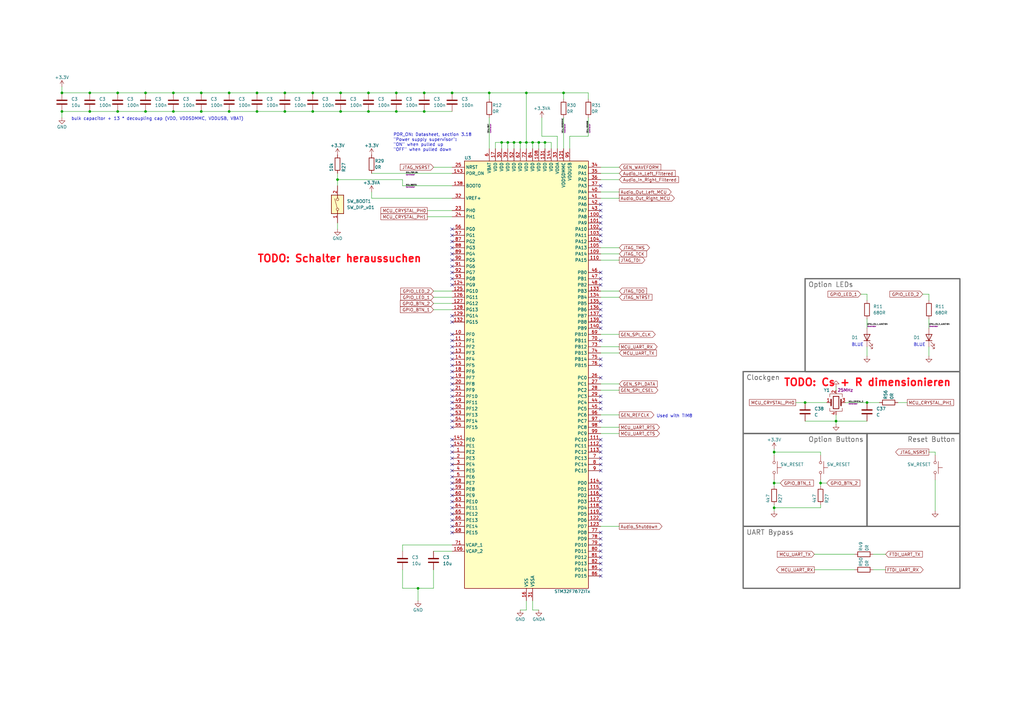
<source format=kicad_sch>
(kicad_sch (version 20230121) (generator eeschema)
  (paper "A3")
  (lib_symbols
    (symbol "Device:C" (pin_numbers hide) (pin_names (offset 0.254))
      (property "Reference" "C" (at 0.635 2.54 0))
      (property "Value" "C" (at 0.635 -2.54 0))
      (symbol "C_0_1"
        (polyline (pts (xy -2.032 -0.762) (xy 2.032 -0.762)) (stroke (width 0.508)))
        (polyline (pts (xy -2.032 0.762) (xy 2.032 0.762)) (stroke (width 0.508)))
      )
      (symbol "C_1_1"
        (pin passive line (at 0 3.81 270) (length 2.794) (name "~") (number "1"))
        (pin passive line (at 0 -3.81 90) (length 2.794) (name "~") (number "2"))
      )
    )
    (symbol "Device:Crystal_GND24" (pin_names (offset 1.016) hide)
      (property "Reference" "Y" (at 3.175 5.08 0))
      (property "Value" "Crystal_GND24" (at 3.175 3.175 0))
      (symbol "Crystal_GND24_0_1"
        (rectangle (start -1.143 2.54) (end 1.143 -2.54) (stroke (width 0.3048)))
        (polyline (pts (xy -2.54 0) (xy -2.032 0)))
        (polyline (pts (xy -2.032 -1.27) (xy -2.032 1.27)) (stroke (width 0.508)))
        (polyline (pts (xy 0 -3.81) (xy 0 -3.556)))
        (polyline (pts (xy 0 3.556) (xy 0 3.81)))
        (polyline (pts (xy 2.032 -1.27) (xy 2.032 1.27)) (stroke (width 0.508)))
        (polyline (pts (xy 2.032 0) (xy 2.54 0)))
        (polyline (pts (xy -2.54 -2.286) (xy -2.54 -3.556) (xy 2.54 -3.556) (xy 2.54 -2.286)))
        (polyline (pts (xy -2.54 2.286) (xy -2.54 3.556) (xy 2.54 3.556) (xy 2.54 2.286)))
      )
      (symbol "Crystal_GND24_1_1"
        (pin passive line (at -3.81 0 0) (length 1.27) (name "1") (number "1"))
        (pin passive line (at 0 5.08 270) (length 1.27) (name "2") (number "2"))
        (pin passive line (at 3.81 0 180) (length 1.27) (name "3") (number "3"))
        (pin passive line (at 0 -5.08 90) (length 1.27) (name "4") (number "4"))
      )
    )
    (symbol "Device:LED" (pin_numbers hide) (pin_names (offset 1.016) hide)
      (property "Reference" "D" (at 0 2.54 0))
      (property "Value" "LED" (at 0 -2.54 0))
      (symbol "LED_0_1"
        (polyline (pts (xy -1.27 -1.27) (xy -1.27 1.27)) (stroke (width 0.254)))
        (polyline (pts (xy -1.27 0) (xy 1.27 0)))
        (polyline (pts (xy 1.27 -1.27) (xy 1.27 1.27) (xy -1.27 0) (xy 1.27 -1.27)) (stroke (width 0.254)))
        (polyline (pts (xy -3.048 -0.762) (xy -4.572 -2.286) (xy -3.81 -2.286) (xy -4.572 -2.286) (xy -4.572 -1.524)))
        (polyline (pts (xy -1.778 -0.762) (xy -3.302 -2.286) (xy -2.54 -2.286) (xy -3.302 -2.286) (xy -3.302 -1.524)))
      )
      (symbol "LED_1_1"
        (pin passive line (at -3.81 0 0) (length 2.54) (name "K") (number "1"))
        (pin passive line (at 3.81 0 180) (length 2.54) (name "A") (number "2"))
      )
    )
    (symbol "Device:R" (pin_numbers hide) (pin_names (offset 0))
      (property "Reference" "R" (at 2.032 0 90))
      (property "Value" "R" (at 0 0 90))
      (symbol "R_0_1"
        (rectangle (start -1.016 -2.54) (end 1.016 2.54) (stroke (width 0.254)))
      )
      (symbol "R_1_1"
        (pin passive line (at 0 3.81 270) (length 1.27) (name "~") (number "1"))
        (pin passive line (at 0 -3.81 90) (length 1.27) (name "~") (number "2"))
      )
    )
    (symbol "MCU_ST_STM32F7:STM32F767ZITx"
      (property "Reference" "U" (at -25.4 90.17 0))
      (property "Value" "STM32F767ZITx" (at 20.32 90.17 0))
      (symbol "STM32F767ZITx_0_1"
        (rectangle (start -25.4 -86.36) (end 25.4 88.9) (stroke (width 0.254)) (fill (type background)))
      )
      (symbol "STM32F767ZITx_1_1"
        (pin bidirectional line (at -30.48 -30.48 0) (length 5.08) (name "PE2") (number "1"))
        (pin bidirectional line (at -30.48 17.78 0) (length 5.08) (name "PF0") (number "10"))
        (pin bidirectional line (at 30.48 66.04 180) (length 5.08) (name "PA8") (number "100"))
        (pin bidirectional line (at 30.48 63.5 180) (length 5.08) (name "PA9") (number "101"))
        (pin bidirectional line (at 30.48 60.96 180) (length 5.08) (name "PA10") (number "102"))
        (pin bidirectional line (at 30.48 58.42 180) (length 5.08) (name "PA11") (number "103"))
        (pin bidirectional line (at 30.48 55.88 180) (length 5.08) (name "PA12") (number "104"))
        (pin bidirectional line (at 30.48 53.34 180) (length 5.08) (name "PA13") (number "105"))
        (pin power_out line (at -30.48 -71.12 0) (length 5.08) (name "VCAP_2") (number "106"))
        (pin passive line (at 0 -91.44 90) (length 5.08) hide (name "VSS") (number "107"))
        (pin power_in line (at 5.08 93.98 270) (length 5.08) (name "VDD") (number "108"))
        (pin bidirectional line (at 30.48 50.8 180) (length 5.08) (name "PA14") (number "109"))
        (pin bidirectional line (at -30.48 15.24 0) (length 5.08) (name "PF1") (number "11"))
        (pin bidirectional line (at 30.48 48.26 180) (length 5.08) (name "PA15") (number "110"))
        (pin bidirectional line (at 30.48 -25.4 180) (length 5.08) (name "PC10") (number "111"))
        (pin bidirectional line (at 30.48 -27.94 180) (length 5.08) (name "PC11") (number "112"))
        (pin bidirectional line (at 30.48 -30.48 180) (length 5.08) (name "PC12") (number "113"))
        (pin bidirectional line (at 30.48 -43.18 180) (length 5.08) (name "PD0") (number "114"))
        (pin bidirectional line (at 30.48 -45.72 180) (length 5.08) (name "PD1") (number "115"))
        (pin bidirectional line (at 30.48 -48.26 180) (length 5.08) (name "PD2") (number "116"))
        (pin bidirectional line (at 30.48 -50.8 180) (length 5.08) (name "PD3") (number "117"))
        (pin bidirectional line (at 30.48 -53.34 180) (length 5.08) (name "PD4") (number "118"))
        (pin bidirectional line (at 30.48 -55.88 180) (length 5.08) (name "PD5") (number "119"))
        (pin bidirectional line (at -30.48 12.7 0) (length 5.08) (name "PF2") (number "12"))
        (pin passive line (at 0 -91.44 90) (length 5.08) hide (name "VSS") (number "120"))
        (pin power_in line (at 15.24 93.98 270) (length 5.08) (name "VDDSDMMC") (number "121"))
        (pin bidirectional line (at 30.48 -58.42 180) (length 5.08) (name "PD6") (number "122"))
        (pin bidirectional line (at 30.48 -60.96 180) (length 5.08) (name "PD7") (number "123"))
        (pin bidirectional line (at -30.48 38.1 0) (length 5.08) (name "PG9") (number "124"))
        (pin bidirectional line (at -30.48 35.56 0) (length 5.08) (name "PG10") (number "125"))
        (pin bidirectional line (at -30.48 33.02 0) (length 5.08) (name "PG11") (number "126"))
        (pin bidirectional line (at -30.48 30.48 0) (length 5.08) (name "PG12") (number "127"))
        (pin bidirectional line (at -30.48 27.94 0) (length 5.08) (name "PG13") (number "128"))
        (pin bidirectional line (at -30.48 25.4 0) (length 5.08) (name "PG14") (number "129"))
        (pin bidirectional line (at -30.48 10.16 0) (length 5.08) (name "PF3") (number "13"))
        (pin passive line (at 0 -91.44 90) (length 5.08) hide (name "VSS") (number "130"))
        (pin power_in line (at 7.62 93.98 270) (length 5.08) (name "VDD") (number "131"))
        (pin bidirectional line (at -30.48 22.86 0) (length 5.08) (name "PG15") (number "132"))
        (pin bidirectional line (at 30.48 35.56 180) (length 5.08) (name "PB3") (number "133"))
        (pin bidirectional line (at 30.48 33.02 180) (length 5.08) (name "PB4") (number "134"))
        (pin bidirectional line (at 30.48 30.48 180) (length 5.08) (name "PB5") (number "135"))
        (pin bidirectional line (at 30.48 27.94 180) (length 5.08) (name "PB6") (number "136"))
        (pin bidirectional line (at 30.48 25.4 180) (length 5.08) (name "PB7") (number "137"))
        (pin input line (at -30.48 78.74 0) (length 5.08) (name "BOOT0") (number "138"))
        (pin bidirectional line (at 30.48 22.86 180) (length 5.08) (name "PB8") (number "139"))
        (pin bidirectional line (at -30.48 7.62 0) (length 5.08) (name "PF4") (number "14"))
        (pin bidirectional line (at 30.48 20.32 180) (length 5.08) (name "PB9") (number "140"))
        (pin bidirectional line (at -30.48 -25.4 0) (length 5.08) (name "PE0") (number "141"))
        (pin bidirectional line (at -30.48 -27.94 0) (length 5.08) (name "PE1") (number "142"))
        (pin input line (at -30.48 83.82 0) (length 5.08) (name "PDR_ON") (number "143"))
        (pin power_in line (at 10.16 93.98 270) (length 5.08) (name "VDD") (number "144"))
        (pin bidirectional line (at -30.48 5.08 0) (length 5.08) (name "PF5") (number "15"))
        (pin power_in line (at 0 -91.44 90) (length 5.08) (name "VSS") (number "16"))
        (pin power_in line (at -12.7 93.98 270) (length 5.08) (name "VDD") (number "17"))
        (pin bidirectional line (at -30.48 2.54 0) (length 5.08) (name "PF6") (number "18"))
        (pin bidirectional line (at -30.48 0 0) (length 5.08) (name "PF7") (number "19"))
        (pin bidirectional line (at -30.48 -33.02 0) (length 5.08) (name "PE3") (number "2"))
        (pin bidirectional line (at -30.48 -2.54 0) (length 5.08) (name "PF8") (number "20"))
        (pin bidirectional line (at -30.48 -5.08 0) (length 5.08) (name "PF9") (number "21"))
        (pin bidirectional line (at -30.48 -7.62 0) (length 5.08) (name "PF10") (number "22"))
        (pin bidirectional line (at -30.48 68.58 0) (length 5.08) (name "PH0") (number "23"))
        (pin bidirectional line (at -30.48 66.04 0) (length 5.08) (name "PH1") (number "24"))
        (pin input line (at -30.48 86.36 0) (length 5.08) (name "NRST") (number "25"))
        (pin bidirectional line (at 30.48 0 180) (length 5.08) (name "PC0") (number "26"))
        (pin bidirectional line (at 30.48 -2.54 180) (length 5.08) (name "PC1") (number "27"))
        (pin bidirectional line (at 30.48 -5.08 180) (length 5.08) (name "PC2") (number "28"))
        (pin bidirectional line (at 30.48 -7.62 180) (length 5.08) (name "PC3") (number "29"))
        (pin bidirectional line (at -30.48 -35.56 0) (length 5.08) (name "PE4") (number "3"))
        (pin power_in line (at -10.16 93.98 270) (length 5.08) (name "VDD") (number "30"))
        (pin power_in line (at 2.54 -91.44 90) (length 5.08) (name "VSSA") (number "31"))
        (pin input line (at -30.48 73.66 0) (length 5.08) (name "VREF+") (number "32"))
        (pin power_in line (at 12.7 93.98 270) (length 5.08) (name "VDDA") (number "33"))
        (pin bidirectional line (at 30.48 86.36 180) (length 5.08) (name "PA0") (number "34"))
        (pin bidirectional line (at 30.48 83.82 180) (length 5.08) (name "PA1") (number "35"))
        (pin bidirectional line (at 30.48 81.28 180) (length 5.08) (name "PA2") (number "36"))
        (pin bidirectional line (at 30.48 78.74 180) (length 5.08) (name "PA3") (number "37"))
        (pin passive line (at 0 -91.44 90) (length 5.08) hide (name "VSS") (number "38"))
        (pin power_in line (at -7.62 93.98 270) (length 5.08) (name "VDD") (number "39"))
        (pin bidirectional line (at -30.48 -38.1 0) (length 5.08) (name "PE5") (number "4"))
        (pin bidirectional line (at 30.48 76.2 180) (length 5.08) (name "PA4") (number "40"))
        (pin bidirectional line (at 30.48 73.66 180) (length 5.08) (name "PA5") (number "41"))
        (pin bidirectional line (at 30.48 71.12 180) (length 5.08) (name "PA6") (number "42"))
        (pin bidirectional line (at 30.48 68.58 180) (length 5.08) (name "PA7") (number "43"))
        (pin bidirectional line (at 30.48 -10.16 180) (length 5.08) (name "PC4") (number "44"))
        (pin bidirectional line (at 30.48 -12.7 180) (length 5.08) (name "PC5") (number "45"))
        (pin bidirectional line (at 30.48 43.18 180) (length 5.08) (name "PB0") (number "46"))
        (pin bidirectional line (at 30.48 40.64 180) (length 5.08) (name "PB1") (number "47"))
        (pin bidirectional line (at 30.48 38.1 180) (length 5.08) (name "PB2") (number "48"))
        (pin bidirectional line (at -30.48 -10.16 0) (length 5.08) (name "PF11") (number "49"))
        (pin bidirectional line (at -30.48 -40.64 0) (length 5.08) (name "PE6") (number "5"))
        (pin bidirectional line (at -30.48 -12.7 0) (length 5.08) (name "PF12") (number "50"))
        (pin passive line (at 0 -91.44 90) (length 5.08) hide (name "VSS") (number "51"))
        (pin power_in line (at -5.08 93.98 270) (length 5.08) (name "VDD") (number "52"))
        (pin bidirectional line (at -30.48 -15.24 0) (length 5.08) (name "PF13") (number "53"))
        (pin bidirectional line (at -30.48 -17.78 0) (length 5.08) (name "PF14") (number "54"))
        (pin bidirectional line (at -30.48 -20.32 0) (length 5.08) (name "PF15") (number "55"))
        (pin bidirectional line (at -30.48 60.96 0) (length 5.08) (name "PG0") (number "56"))
        (pin bidirectional line (at -30.48 58.42 0) (length 5.08) (name "PG1") (number "57"))
        (pin bidirectional line (at -30.48 -43.18 0) (length 5.08) (name "PE7") (number "58"))
        (pin bidirectional line (at -30.48 -45.72 0) (length 5.08) (name "PE8") (number "59"))
        (pin power_in line (at -15.24 93.98 270) (length 5.08) (name "VBAT") (number "6"))
        (pin bidirectional line (at -30.48 -48.26 0) (length 5.08) (name "PE9") (number "60"))
        (pin passive line (at 0 -91.44 90) (length 5.08) hide (name "VSS") (number "61"))
        (pin power_in line (at -2.54 93.98 270) (length 5.08) (name "VDD") (number "62"))
        (pin bidirectional line (at -30.48 -50.8 0) (length 5.08) (name "PE10") (number "63"))
        (pin bidirectional line (at -30.48 -53.34 0) (length 5.08) (name "PE11") (number "64"))
        (pin bidirectional line (at -30.48 -55.88 0) (length 5.08) (name "PE12") (number "65"))
        (pin bidirectional line (at -30.48 -58.42 0) (length 5.08) (name "PE13") (number "66"))
        (pin bidirectional line (at -30.48 -60.96 0) (length 5.08) (name "PE14") (number "67"))
        (pin bidirectional line (at -30.48 -63.5 0) (length 5.08) (name "PE15") (number "68"))
        (pin bidirectional line (at 30.48 17.78 180) (length 5.08) (name "PB10") (number "69"))
        (pin bidirectional line (at 30.48 -33.02 180) (length 5.08) (name "PC13") (number "7"))
        (pin bidirectional line (at 30.48 15.24 180) (length 5.08) (name "PB11") (number "70"))
        (pin power_out line (at -30.48 -68.58 0) (length 5.08) (name "VCAP_1") (number "71"))
        (pin power_in line (at 0 93.98 270) (length 5.08) (name "VDD") (number "72"))
        (pin bidirectional line (at 30.48 12.7 180) (length 5.08) (name "PB12") (number "73"))
        (pin bidirectional line (at 30.48 10.16 180) (length 5.08) (name "PB13") (number "74"))
        (pin bidirectional line (at 30.48 7.62 180) (length 5.08) (name "PB14") (number "75"))
        (pin bidirectional line (at 30.48 5.08 180) (length 5.08) (name "PB15") (number "76"))
        (pin bidirectional line (at 30.48 -63.5 180) (length 5.08) (name "PD8") (number "77"))
        (pin bidirectional line (at 30.48 -66.04 180) (length 5.08) (name "PD9") (number "78"))
        (pin bidirectional line (at 30.48 -68.58 180) (length 5.08) (name "PD10") (number "79"))
        (pin bidirectional line (at 30.48 -35.56 180) (length 5.08) (name "PC14") (number "8"))
        (pin bidirectional line (at 30.48 -71.12 180) (length 5.08) (name "PD11") (number "80"))
        (pin bidirectional line (at 30.48 -73.66 180) (length 5.08) (name "PD12") (number "81"))
        (pin bidirectional line (at 30.48 -76.2 180) (length 5.08) (name "PD13") (number "82"))
        (pin passive line (at 0 -91.44 90) (length 5.08) hide (name "VSS") (number "83"))
        (pin power_in line (at 2.54 93.98 270) (length 5.08) (name "VDD") (number "84"))
        (pin bidirectional line (at 30.48 -78.74 180) (length 5.08) (name "PD14") (number "85"))
        (pin bidirectional line (at 30.48 -81.28 180) (length 5.08) (name "PD15") (number "86"))
        (pin bidirectional line (at -30.48 55.88 0) (length 5.08) (name "PG2") (number "87"))
        (pin bidirectional line (at -30.48 53.34 0) (length 5.08) (name "PG3") (number "88"))
        (pin bidirectional line (at -30.48 50.8 0) (length 5.08) (name "PG4") (number "89"))
        (pin bidirectional line (at 30.48 -38.1 180) (length 5.08) (name "PC15") (number "9"))
        (pin bidirectional line (at -30.48 48.26 0) (length 5.08) (name "PG5") (number "90"))
        (pin bidirectional line (at -30.48 45.72 0) (length 5.08) (name "PG6") (number "91"))
        (pin bidirectional line (at -30.48 43.18 0) (length 5.08) (name "PG7") (number "92"))
        (pin bidirectional line (at -30.48 40.64 0) (length 5.08) (name "PG8") (number "93"))
        (pin passive line (at 0 -91.44 90) (length 5.08) hide (name "VSS") (number "94"))
        (pin power_in line (at 17.78 93.98 270) (length 5.08) (name "VDDUSB") (number "95"))
        (pin bidirectional line (at 30.48 -15.24 180) (length 5.08) (name "PC6") (number "96"))
        (pin bidirectional line (at 30.48 -17.78 180) (length 5.08) (name "PC7") (number "97"))
        (pin bidirectional line (at 30.48 -20.32 180) (length 5.08) (name "PC8") (number "98"))
        (pin bidirectional line (at 30.48 -22.86 180) (length 5.08) (name "PC9") (number "99"))
      )
    )
    (symbol "Switch:SW_DIP_x01" (pin_names (offset 0) hide)
      (property "Reference" "SW" (at 0 3.81 0))
      (property "Value" "SW_DIP_x01" (at 0 -3.81 0))
      (symbol "SW_DIP_x01_0_0"
        (circle (center -2.032 0) (radius 0.508))
        (polyline (pts (xy -1.524 0.127) (xy 2.3622 1.1684)))
        (circle (center 2.032 0) (radius 0.508))
      )
      (symbol "SW_DIP_x01_0_1"
        (rectangle (start -3.81 2.54) (end 3.81 -2.54) (stroke (width 0.254)) (fill (type background)))
      )
      (symbol "SW_DIP_x01_1_1"
        (pin passive line (at -7.62 0 0) (length 5.08) (name "~") (number "1"))
        (pin passive line (at 7.62 0 180) (length 5.08) (name "~") (number "2"))
      )
    )
    (symbol "Switch:SW_Push" (pin_numbers hide) (pin_names (offset 1.016) hide)
      (property "Reference" "SW" (at 1.27 2.54 0))
      (property "Value" "SW_Push" (at 0 -1.524 0))
      (symbol "SW_Push_0_1"
        (circle (center -2.032 0) (radius 0.508))
        (polyline (pts (xy 0 1.27) (xy 0 3.048)))
        (polyline (pts (xy 2.54 1.27) (xy -2.54 1.27)))
        (circle (center 2.032 0) (radius 0.508))
        (pin passive line (at -5.08 0 0) (length 2.54) (name "1") (number "1"))
        (pin passive line (at 5.08 0 180) (length 2.54) (name "2") (number "2"))
      )
    )
    (symbol "power:+3.3V" (power) (pin_names (offset 0))
      (property "Value" "+3.3V" (at 0 3.556 0))
      (symbol "+3.3V_0_1"
        (polyline (pts (xy -0.762 1.27) (xy 0 2.54)))
        (polyline (pts (xy 0 0) (xy 0 2.54)))
        (polyline (pts (xy 0 2.54) (xy 0.762 1.27)))
      )
      (symbol "+3.3V_1_1"
        (pin power_in line (at 0 0 90) (length 0) hide (name "+3.3V") (number "1"))
      )
    )
    (symbol "power:+3.3VA" (power) (pin_names (offset 0))
      (property "Value" "+3.3VA" (at 0 3.556 0))
      (symbol "+3.3VA_0_1"
        (polyline (pts (xy -0.762 1.27) (xy 0 2.54)))
        (polyline (pts (xy 0 0) (xy 0 2.54)))
        (polyline (pts (xy 0 2.54) (xy 0.762 1.27)))
      )
      (symbol "+3.3VA_1_1"
        (pin power_in line (at 0 0 90) (length 0) hide (name "+3.3VA") (number "1"))
      )
    )
    (symbol "power:GND" (power) (pin_names (offset 0))
      (property "Value" "GND" (at 0 -3.81 0))
      (symbol "GND_0_1"
        (polyline (pts (xy 0 0) (xy 0 -1.27) (xy 1.27 -1.27) (xy 0 -2.54) (xy -1.27 -1.27) (xy 0 -1.27)))
      )
      (symbol "GND_1_1"
        (pin power_in line (at 0 0 270) (length 0) hide (name "GND") (number "1"))
      )
    )
    (symbol "power:GNDA" (power) (pin_names (offset 0))
      (property "Value" "GNDA" (at 0 -3.81 0))
      (symbol "GNDA_0_1"
        (polyline (pts (xy 0 0) (xy 0 -1.27) (xy 1.27 -1.27) (xy 0 -2.54) (xy -1.27 -1.27) (xy 0 -1.27)))
      )
      (symbol "GNDA_1_1"
        (pin power_in line (at 0 0 270) (length 0) hide (name "GNDA") (number "1"))
      )
    )
  )
  (junction (at 173.99 45.72))
  (junction (at 36.83 45.72))
  (junction (at 151.13 45.72))
  (junction (at 355.6 165.1))
  (junction (at 82.55 45.72))
  (junction (at 171.45 241.3))
  (junction (at 218.44 58.42))
  (junction (at 223.52 58.42))
  (junction (at 185.42 38.1))
  (junction (at 200.66 38.1))
  (junction (at 36.83 38.1))
  (junction (at 93.98 38.1))
  (junction (at 231.14 38.1))
  (junction (at 342.9 172.72))
  (junction (at 162.56 38.1))
  (junction (at 162.56 45.72))
  (junction (at 205.74 58.42))
  (junction (at 215.9 58.42))
  (junction (at 210.82 58.42))
  (junction (at 82.55 38.1))
  (junction (at 71.12 45.72))
  (junction (at 215.9 38.1))
  (junction (at 139.7 38.1))
  (junction (at 128.27 38.1))
  (junction (at 116.84 45.72))
  (junction (at 139.7 45.72))
  (junction (at 213.36 58.42))
  (junction (at 208.28 58.42))
  (junction (at 173.99 38.1))
  (junction (at 128.27 45.72))
  (junction (at 59.69 38.1))
  (junction (at 138.43 73.66))
  (junction (at 25.4 38.1))
  (junction (at 25.4 45.72))
  (junction (at 317.5 198.12))
  (junction (at 105.41 45.72))
  (junction (at 151.13 38.1))
  (junction (at 93.98 45.72))
  (junction (at 336.55 198.12))
  (junction (at 330.2 165.1))
  (junction (at 71.12 38.1))
  (junction (at 317.5 185.42))
  (junction (at 220.98 58.42))
  (junction (at 59.69 45.72))
  (junction (at 116.84 38.1))
  (junction (at 48.26 38.1))
  (junction (at 48.26 45.72))
  (junction (at 105.41 38.1))
  (junction (at 317.5 208.28))
  (no_connect (at 185.42 157.48))
  (no_connect (at 185.42 210.82))
  (no_connect (at 185.42 167.64))
  (no_connect (at 246.38 218.44))
  (no_connect (at 246.38 185.42))
  (no_connect (at 246.38 111.76))
  (no_connect (at 246.38 198.12))
  (no_connect (at 246.38 93.98))
  (no_connect (at 246.38 208.28))
  (no_connect (at 185.42 160.02))
  (no_connect (at 185.42 149.86))
  (no_connect (at 185.42 96.52))
  (no_connect (at 246.38 190.5))
  (no_connect (at 185.42 205.74))
  (no_connect (at 185.42 129.54))
  (no_connect (at 246.38 172.72))
  (no_connect (at 185.42 137.16))
  (no_connect (at 246.38 236.22))
  (no_connect (at 246.38 116.84))
  (no_connect (at 185.42 190.5))
  (no_connect (at 246.38 96.52))
  (no_connect (at 185.42 142.24))
  (no_connect (at 185.42 93.98))
  (no_connect (at 246.38 162.56))
  (no_connect (at 246.38 213.36))
  (no_connect (at 185.42 139.7))
  (no_connect (at 185.42 203.2))
  (no_connect (at 185.42 99.06))
  (no_connect (at 246.38 223.52))
  (no_connect (at 246.38 226.06))
  (no_connect (at 185.42 180.34))
  (no_connect (at 185.42 111.76))
  (no_connect (at 185.42 144.78))
  (no_connect (at 246.38 114.3))
  (no_connect (at 246.38 83.82))
  (no_connect (at 246.38 149.86))
  (no_connect (at 246.38 231.14))
  (no_connect (at 246.38 127))
  (no_connect (at 185.42 170.18))
  (no_connect (at 185.42 218.44))
  (no_connect (at 246.38 205.74))
  (no_connect (at 185.42 195.58))
  (no_connect (at 185.42 147.32))
  (no_connect (at 185.42 187.96))
  (no_connect (at 185.42 106.68))
  (no_connect (at 246.38 134.62))
  (no_connect (at 185.42 101.6))
  (no_connect (at 185.42 200.66))
  (no_connect (at 185.42 152.4))
  (no_connect (at 246.38 86.36))
  (no_connect (at 246.38 99.06))
  (no_connect (at 185.42 182.88))
  (no_connect (at 246.38 228.6))
  (no_connect (at 246.38 187.96))
  (no_connect (at 246.38 76.2))
  (no_connect (at 185.42 114.3))
  (no_connect (at 246.38 180.34))
  (no_connect (at 185.42 175.26))
  (no_connect (at 246.38 165.1))
  (no_connect (at 185.42 215.9))
  (no_connect (at 185.42 193.04))
  (no_connect (at 246.38 220.98))
  (no_connect (at 246.38 129.54))
  (no_connect (at 185.42 116.84))
  (no_connect (at 185.42 132.08))
  (no_connect (at 246.38 147.32))
  (no_connect (at 246.38 154.94))
  (no_connect (at 185.42 208.28))
  (no_connect (at 246.38 124.46))
  (no_connect (at 185.42 172.72))
  (no_connect (at 246.38 200.66))
  (no_connect (at 185.42 213.36))
  (no_connect (at 185.42 185.42))
  (no_connect (at 246.38 132.08))
  (no_connect (at 246.38 167.64))
  (no_connect (at 246.38 193.04))
  (no_connect (at 246.38 139.7))
  (no_connect (at 246.38 210.82))
  (no_connect (at 246.38 91.44))
  (no_connect (at 185.42 162.56))
  (no_connect (at 185.42 109.22))
  (no_connect (at 246.38 203.2))
  (no_connect (at 185.42 165.1))
  (no_connect (at 246.38 88.9))
  (no_connect (at 185.42 154.94))
  (no_connect (at 246.38 233.68))
  (no_connect (at 246.38 182.88))
  (no_connect (at 185.42 104.14))
  (no_connect (at 185.42 198.12))
  (wire (pts (xy 342.9 172.72) (xy 355.6 172.72)))
  (wire (pts (xy 165.1 76.2) (xy 185.42 76.2)))
  (wire (pts (xy 208.28 58.42) (xy 205.74 58.42)))
  (wire (pts (xy 151.13 38.1) (xy 162.56 38.1)))
  (wire (pts (xy 138.43 73.66) (xy 165.1 73.66)))
  (wire (pts (xy 246.38 121.92) (xy 254 121.92)))
  (wire (pts (xy 210.82 58.42) (xy 208.28 58.42)))
  (wire (pts (xy 71.12 38.1) (xy 82.55 38.1)))
  (wire (pts (xy 213.36 58.42) (xy 210.82 58.42)))
  (wire (pts (xy 246.38 144.78) (xy 254 144.78)))
  (wire (pts (xy 231.14 38.1) (xy 231.14 40.64)))
  (wire (pts (xy 246.38 175.26) (xy 254 175.26)))
  (wire (pts (xy 342.9 173.99) (xy 342.9 172.72)))
  (wire (pts (xy 128.27 45.72) (xy 139.7 45.72)))
  (wire (pts (xy 203.2 58.42) (xy 203.2 60.96)))
  (wire (pts (xy 185.42 38.1) (xy 200.66 38.1)))
  (wire (pts (xy 317.5 208.28) (xy 317.5 209.55)))
  (wire (pts (xy 200.66 38.1) (xy 215.9 38.1)))
  (wire (pts (xy 223.52 58.42) (xy 220.98 58.42)))
  (wire (pts (xy 213.36 250.19) (xy 215.9 250.19)))
  (wire (pts (xy 48.26 38.1) (xy 59.69 38.1)))
  (wire (pts (xy 215.9 246.38) (xy 215.9 250.19)))
  (wire (pts (xy 233.68 55.88) (xy 241.3 55.88)))
  (wire (pts (xy 246.38 101.6) (xy 254 101.6)))
  (wire (pts (xy 358.14 227.33) (xy 363.22 227.33)))
  (wire (pts (xy 381 142.24) (xy 381 146.05)))
  (wire (pts (xy 205.74 58.42) (xy 203.2 58.42)))
  (wire (pts (xy 173.99 45.72) (xy 185.42 45.72)))
  (wire (pts (xy 208.28 58.42) (xy 208.28 60.96)))
  (wire (pts (xy 93.98 38.1) (xy 105.41 38.1)))
  (wire (pts (xy 215.9 58.42) (xy 215.9 60.96)))
  (wire (pts (xy 59.69 38.1) (xy 71.12 38.1)))
  (wire (pts (xy 165.1 226.06) (xy 165.1 223.52)))
  (wire (pts (xy 226.06 60.96) (xy 226.06 58.42)))
  (wire (pts (xy 177.8 127) (xy 185.42 127)))
  (wire (pts (xy 317.5 196.85) (xy 317.5 198.12)))
  (wire (pts (xy 336.55 207.01) (xy 336.55 208.28)))
  (wire (pts (xy 246.38 104.14) (xy 254 104.14)))
  (wire (pts (xy 222.25 55.88) (xy 222.25 48.26)))
  (wire (pts (xy 152.4 71.12) (xy 185.42 71.12)))
  (wire (pts (xy 317.5 184.15) (xy 317.5 185.42)))
  (wire (pts (xy 139.7 38.1) (xy 151.13 38.1)))
  (wire (pts (xy 317.5 185.42) (xy 336.55 185.42)))
  (wire (pts (xy 358.14 233.68) (xy 363.22 233.68)))
  (wire (pts (xy 165.1 73.66) (xy 165.1 76.2)))
  (wire (pts (xy 381 130.81) (xy 381 134.62)))
  (wire (pts (xy 222.25 55.88) (xy 228.6 55.88)))
  (wire (pts (xy 381 185.42) (xy 383.54 185.42)))
  (wire (pts (xy 342.9 172.72) (xy 342.9 170.18)))
  (wire (pts (xy 71.12 45.72) (xy 82.55 45.72)))
  (wire (pts (xy 218.44 58.42) (xy 215.9 58.42)))
  (wire (pts (xy 36.83 45.72) (xy 48.26 45.72)))
  (wire (pts (xy 317.5 208.28) (xy 336.55 208.28)))
  (wire (pts (xy 317.5 185.42) (xy 317.5 186.69)))
  (wire (pts (xy 152.4 81.28) (xy 185.42 81.28)))
  (wire (pts (xy 246.38 160.02) (xy 254 160.02)))
  (wire (pts (xy 177.8 119.38) (xy 185.42 119.38)))
  (wire (pts (xy 246.38 81.28) (xy 254 81.28)))
  (wire (pts (xy 334.01 233.68) (xy 350.52 233.68)))
  (wire (pts (xy 139.7 45.72) (xy 151.13 45.72)))
  (wire (pts (xy 162.56 38.1) (xy 173.99 38.1)))
  (wire (pts (xy 215.9 58.42) (xy 213.36 58.42)))
  (wire (pts (xy 383.54 185.42) (xy 383.54 186.69)))
  (wire (pts (xy 231.14 38.1) (xy 241.3 38.1)))
  (wire (pts (xy 355.6 120.65) (xy 355.6 123.19)))
  (wire (pts (xy 105.41 38.1) (xy 116.84 38.1)))
  (wire (pts (xy 246.38 119.38) (xy 254 119.38)))
  (wire (pts (xy 342.9 158.75) (xy 342.9 160.02)))
  (wire (pts (xy 336.55 185.42) (xy 336.55 186.69)))
  (wire (pts (xy 177.8 68.58) (xy 185.42 68.58)))
  (wire (pts (xy 218.44 58.42) (xy 218.44 60.96)))
  (wire (pts (xy 36.83 38.1) (xy 48.26 38.1)))
  (wire (pts (xy 355.6 142.24) (xy 355.6 146.05)))
  (wire (pts (xy 330.2 165.1) (xy 339.09 165.1)))
  (wire (pts (xy 162.56 45.72) (xy 173.99 45.72)))
  (wire (pts (xy 353.06 120.65) (xy 355.6 120.65)))
  (wire (pts (xy 175.26 86.36) (xy 185.42 86.36)))
  (wire (pts (xy 241.3 38.1) (xy 241.3 40.64)))
  (wire (pts (xy 246.38 215.9) (xy 254 215.9)))
  (wire (pts (xy 213.36 58.42) (xy 213.36 60.96)))
  (wire (pts (xy 241.3 48.26) (xy 241.3 55.88)))
  (wire (pts (xy 128.27 38.1) (xy 139.7 38.1)))
  (wire (pts (xy 246.38 137.16) (xy 254 137.16)))
  (wire (pts (xy 383.54 196.85) (xy 383.54 209.55)))
  (wire (pts (xy 226.06 58.42) (xy 223.52 58.42)))
  (wire (pts (xy 25.4 35.56) (xy 25.4 38.1)))
  (wire (pts (xy 173.99 38.1) (xy 185.42 38.1)))
  (wire (pts (xy 317.5 198.12) (xy 320.04 198.12)))
  (wire (pts (xy 138.43 93.98) (xy 138.43 91.44)))
  (wire (pts (xy 200.66 48.26) (xy 200.66 60.96)))
  (wire (pts (xy 246.38 106.68) (xy 254 106.68)))
  (wire (pts (xy 215.9 38.1) (xy 231.14 38.1)))
  (wire (pts (xy 48.26 45.72) (xy 59.69 45.72)))
  (wire (pts (xy 378.46 120.65) (xy 381 120.65)))
  (wire (pts (xy 82.55 45.72) (xy 93.98 45.72)))
  (wire (pts (xy 334.01 227.33) (xy 350.52 227.33)))
  (wire (pts (xy 246.38 157.48) (xy 254 157.48)))
  (wire (pts (xy 330.2 172.72) (xy 342.9 172.72)))
  (wire (pts (xy 25.4 38.1) (xy 36.83 38.1)))
  (wire (pts (xy 215.9 38.1) (xy 215.9 58.42)))
  (wire (pts (xy 336.55 196.85) (xy 336.55 198.12)))
  (wire (pts (xy 138.43 76.2) (xy 138.43 73.66)))
  (wire (pts (xy 138.43 71.12) (xy 138.43 73.66)))
  (wire (pts (xy 381 120.65) (xy 381 123.19)))
  (wire (pts (xy 220.98 58.42) (xy 220.98 60.96)))
  (wire (pts (xy 368.3 165.1) (xy 372.11 165.1)))
  (wire (pts (xy 177.8 124.46) (xy 185.42 124.46)))
  (wire (pts (xy 246.38 68.58) (xy 254 68.58)))
  (wire (pts (xy 223.52 58.42) (xy 223.52 60.96)))
  (wire (pts (xy 336.55 198.12) (xy 336.55 199.39)))
  (wire (pts (xy 175.26 88.9) (xy 185.42 88.9)))
  (wire (pts (xy 59.69 45.72) (xy 71.12 45.72)))
  (wire (pts (xy 116.84 45.72) (xy 128.27 45.72)))
  (wire (pts (xy 317.5 207.01) (xy 317.5 208.28)))
  (wire (pts (xy 233.68 55.88) (xy 233.68 60.96)))
  (wire (pts (xy 218.44 246.38) (xy 218.44 250.19)))
  (wire (pts (xy 171.45 241.3) (xy 171.45 246.38)))
  (wire (pts (xy 317.5 198.12) (xy 317.5 199.39)))
  (wire (pts (xy 228.6 55.88) (xy 228.6 60.96)))
  (wire (pts (xy 25.4 45.72) (xy 36.83 45.72)))
  (wire (pts (xy 220.98 58.42) (xy 218.44 58.42)))
  (wire (pts (xy 246.38 170.18) (xy 254 170.18)))
  (wire (pts (xy 177.8 226.06) (xy 185.42 226.06)))
  (wire (pts (xy 231.14 48.26) (xy 231.14 60.96)))
  (wire (pts (xy 210.82 58.42) (xy 210.82 60.96)))
  (wire (pts (xy 220.98 250.19) (xy 218.44 250.19)))
  (wire (pts (xy 200.66 40.64) (xy 200.66 38.1)))
  (wire (pts (xy 171.45 241.3) (xy 177.8 241.3)))
  (wire (pts (xy 116.84 38.1) (xy 128.27 38.1)))
  (wire (pts (xy 355.6 130.81) (xy 355.6 134.62)))
  (wire (pts (xy 326.39 165.1) (xy 330.2 165.1)))
  (wire (pts (xy 346.71 165.1) (xy 355.6 165.1)))
  (wire (pts (xy 355.6 165.1) (xy 360.68 165.1)))
  (wire (pts (xy 82.55 38.1) (xy 93.98 38.1)))
  (wire (pts (xy 165.1 241.3) (xy 171.45 241.3)))
  (wire (pts (xy 246.38 73.66) (xy 254 73.66)))
  (wire (pts (xy 93.98 45.72) (xy 105.41 45.72)))
  (wire (pts (xy 165.1 241.3) (xy 165.1 233.68)))
  (wire (pts (xy 177.8 121.92) (xy 185.42 121.92)))
  (wire (pts (xy 25.4 45.72) (xy 25.4 48.26)))
  (wire (pts (xy 205.74 58.42) (xy 205.74 60.96)))
  (wire (pts (xy 336.55 198.12) (xy 339.09 198.12)))
  (wire (pts (xy 105.41 45.72) (xy 116.84 45.72)))
  (wire (pts (xy 151.13 45.72) (xy 162.56 45.72)))
  (wire (pts (xy 246.38 177.8) (xy 254 177.8)))
  (wire (pts (xy 246.38 71.12) (xy 254 71.12)))
  (wire (pts (xy 246.38 78.74) (xy 254 78.74)))
  (wire (pts (xy 165.1 223.52) (xy 185.42 223.52)))
  (wire (pts (xy 246.38 142.24) (xy 254 142.24)))
  (wire (pts (xy 152.4 78.74) (xy 152.4 81.28)))
  (wire (pts (xy 177.8 241.3) (xy 177.8 233.68)))
  (rectangle (start 355.6 177.8) (end 393.7 215.9) (stroke (width 0.5) (color 100 100 100 1)))
  (rectangle (start 304.8 177.8) (end 355.6 215.9) (stroke (width 0.5) (color 100 100 100 1)))
  (rectangle (start 330.2 114.3) (end 393.7 152.4) (stroke (width 0.5) (color 100 100 100 1)))
  (rectangle (start 304.8 215.9) (end 393.7 241.3) (stroke (width 0.5) (color 100 100 100 1)))
  (rectangle (start 304.8 152.4) (end 393.7 177.8) (stroke (width 0.5) (color 100 100 100 1)))
  (text "Option LEDs" (at 331.47 118.11 0) (effects (font (size 2 2) (thickness 0.254) bold) (justify left bottom)))
  (text "TODO: Schalter heraussuchen\n" (at 105.41 107.95 0) (effects (font (size 3 3) (thickness 0.6) bold) (justify left bottom)))
  (text "Used with TIM8" (at 269.24 171.45 0) (effects (font (size 1.27 1.27)) (justify left bottom)))
  (text "BLUE" (at 349.25 142.24 0) (effects (font (size 1.27 1.27)) (justify left bottom)))
  (text "TODO: Cs + R dimensionieren\n" (at 321.31 158.75 0) (effects (font (size 3 3) (thickness 0.6) bold) (justify left bottom)))
  (text "BLUE" (at 374.65 142.24 0) (effects (font (size 1.27 1.27)) (justify left bottom)))
  (text "UART Bypass" (at 306.07 219.71 0) (effects (font (size 2 2) (thickness 0.254) bold) (justify left bottom)))
  (text "Clockgen" (at 306.07 156.21 0) (effects (font (size 2 2) (thickness 0.254) bold) (justify left bottom)))
  (text "bulk capacitor + 13 * decoupling cap (VDD, VDDSDMMC, VDDUSB, VBAT)" (at 29.21 49.53 0) (effects (font (size 1.27 1.27)) (justify left bottom)))
  (text "PDR_ON: Datasheet, section 3.18 \n\"Power supply supervisor\":\n\"ON\" when pulled up\n\"OFF\" when pulled down" (at 161.29 62.23 0) (effects (font (size 1.27 1.27)) (justify left bottom)))
  (text "Reset Button" (at 372.11 181.61 0) (effects (font (size 2 2) (thickness 0.254) bold) (justify left bottom)))
  (text "Option Buttons" (at 331.47 181.61 0) (effects (font (size 2 2) (thickness 0.254) bold) (justify left bottom)))
  (label "GPIO_LED_1_JUNCTION" (at 355.6 133.35 0) (effects (font (size 0.5 0.5))) (property "Netclass" "Generator" (at 355.6 133.85 0) (effects (font (size 0.5 0.5) italic) (justify left))))
  (label "MCU_BOOT0" (at 166.37 76.2 0) (effects (font (size 0.5 0.5))) (property "Netclass" "Controller" (at 166.37 76.7 0) (effects (font (size 0.5 0.5) italic) (justify left))))
  (label "MCU_VDDSDMMC" (at 231.14 54.61 90) (effects (font (size 0.5 0.5))) (property "Netclass" "Controller" (at 231.64 54.61 90) (effects (font (size 0.5 0.5) italic) (justify left))))
  (label "MCU_VDDUSB" (at 241.3 54.61 90) (effects (font (size 0.5 0.5))) (property "Netclass" "Controller" (at 241.8 54.61 90) (effects (font (size 0.5 0.5) italic) (justify left))))
  (label "MCU_PDR_ON" (at 166.37 71.12 0) (effects (font (size 0.5 0.5))) (property "Netclass" "Controller" (at 166.37 71.62 0) (effects (font (size 0.5 0.5) italic) (justify left))))
  (label "MCU_VBAT" (at 200.66 54.61 90) (effects (font (size 0.5 0.5))) (property "Netclass" "Controller" (at 201.16 54.61 90) (effects (font (size 0.5 0.5) italic) (justify left))))
  (label "GPIO_LED_2_JUNCTION" (at 381 133.35 0) (effects (font (size 0.5 0.5))) (property "Netclass" "Generator" (at 381 133.85 0) (effects (font (size 0.5 0.5) italic) (justify left))))
  (label "MCU_CRYSTAL_3" (at 347.98 165.1 0) (effects (font (size 0.5 0.5))) (property "Netclass" "Generator" (at 347.98 165.6 0) (effects (font (size 0.5 0.5) italic) (justify left))))
  (global_label "GEN_SPI_DATA" (shape input) (at 254 157.48 0) (property "Intersheetrefs" "${INTERSHEET_REFS}" (effects hide)))
  (global_label "GPIO_BTN_1" (shape input) (at 320.04 198.12 0) (property "Intersheetrefs" "${INTERSHEET_REFS}" (effects hide)))
  (global_label "FTDI_UART_RX" (shape output) (at 363.22 233.68 0) (property "Intersheetrefs" "${INTERSHEET_REFS}" (effects hide)))
  (global_label "GPIO_LED_2" (shape input) (at 177.8 119.38 180) (property "Intersheetrefs" "${INTERSHEET_REFS}" (effects hide)))
  (global_label "JTAG_NTRST" (shape input) (at 254 121.92 0) (property "Intersheetrefs" "${INTERSHEET_REFS}" (effects hide)))
  (global_label "GEN_SPI_CLK" (shape output) (at 254 137.16 0) (property "Intersheetrefs" "${INTERSHEET_REFS}" (effects hide)))
  (global_label "GEN_REFCLK" (shape output) (at 254 170.18 0) (property "Intersheetrefs" "${INTERSHEET_REFS}" (effects hide)))
  (global_label "GPIO_BTN_1" (shape input) (at 177.8 127 180) (property "Intersheetrefs" "${INTERSHEET_REFS}" (effects hide)))
  (global_label "GPIO_LED_1" (shape input) (at 353.06 120.65 180) (property "Intersheetrefs" "${INTERSHEET_REFS}" (effects hide)))
  (global_label "JTAG_TDI" (shape output) (at 254 106.68 0) (property "Intersheetrefs" "${INTERSHEET_REFS}" (effects hide)))
  (global_label "JTAG_TMS" (shape bidirectional) (at 254 101.6 0) (property "Intersheetrefs" "${INTERSHEET_REFS}" (effects hide)))
  (global_label "MCU_UART_RX" (shape output) (at 334.01 233.68 180) (property "Intersheetrefs" "${INTERSHEET_REFS}" (effects hide)))
  (global_label "MCU_UART_RX" (shape output) (at 254 142.24 0) (property "Intersheetrefs" "${INTERSHEET_REFS}" (effects hide)))
  (global_label "MCU_UART_TX" (shape input) (at 254 144.78 0) (property "Intersheetrefs" "${INTERSHEET_REFS}" (effects hide)))
  (global_label "MCU_UART_RTS" (shape output) (at 254 175.26 0) (property "Intersheetrefs" "${INTERSHEET_REFS}" (effects hide)))
  (global_label "JTAG_NSRST" (shape input) (at 177.8 68.58 180) (property "Intersheetrefs" "${INTERSHEET_REFS}" (effects hide)))
  (global_label "GPIO_LED_2" (shape input) (at 378.46 120.65 180) (property "Intersheetrefs" "${INTERSHEET_REFS}" (effects hide)))
  (global_label "MCU_UART_TX" (shape input) (at 334.01 227.33 180) (property "Intersheetrefs" "${INTERSHEET_REFS}" (effects hide)))
  (global_label "MCU_CRYSTAL_PH0" (shape passive) (at 175.26 86.36 180) (property "Intersheetrefs" "${INTERSHEET_REFS}" (effects hide)))
  (global_label "GEN_WAVEFORM" (shape input) (at 254 68.58 0) (property "Intersheetrefs" "${INTERSHEET_REFS}" (effects hide)))
  (global_label "MCU_CRYSTAL_PH1" (shape passive) (at 372.11 165.1 0) (property "Intersheetrefs" "${INTERSHEET_REFS}" (effects hide)))
  (global_label "MCU_CRYSTAL_PH1" (shape passive) (at 175.26 88.9 180) (property "Intersheetrefs" "${INTERSHEET_REFS}" (effects hide)))
  (global_label "JTAG_TDO" (shape input) (at 254 119.38 0) (property "Intersheetrefs" "${INTERSHEET_REFS}" (effects hide)))
  (global_label "GPIO_LED_1" (shape input) (at 177.8 121.92 180) (property "Intersheetrefs" "${INTERSHEET_REFS}" (effects hide)))
  (global_label "Audio_Out_Left_MCU" (shape output) (at 254 78.74 0) (property "Intersheetrefs" "${INTERSHEET_REFS}" (effects hide)))
  (global_label "Audio_Out_Right_MCU" (shape output) (at 254 81.28 0) (property "Intersheetrefs" "${INTERSHEET_REFS}" (effects hide)))
  (global_label "GEN_SPI_CSEL" (shape output) (at 254 160.02 0) (property "Intersheetrefs" "${INTERSHEET_REFS}" (effects hide)))
  (global_label "Audio_Shutdown" (shape output) (at 254 215.9 0) (property "Intersheetrefs" "${INTERSHEET_REFS}" (effects hide)))
  (global_label "Audio_In_Right_Filtered" (shape input) (at 254 73.66 0) (property "Intersheetrefs" "${INTERSHEET_REFS}" (effects hide)))
  (global_label "GPIO_BTN_2" (shape input) (at 339.09 198.12 0) (property "Intersheetrefs" "${INTERSHEET_REFS}" (effects hide)))
  (global_label "JTAG_NSRST" (shape output) (at 381 185.42 180) (property "Intersheetrefs" "${INTERSHEET_REFS}" (effects hide)))
  (global_label "Audio_In_Left_Filtered" (shape input) (at 254 71.12 0) (property "Intersheetrefs" "${INTERSHEET_REFS}" (effects hide)))
  (global_label "JTAG_TCK" (shape input) (at 254 104.14 0) (property "Intersheetrefs" "${INTERSHEET_REFS}" (effects hide)))
  (global_label "MCU_UART_CTS" (shape output) (at 254 177.8 0) (property "Intersheetrefs" "${INTERSHEET_REFS}" (effects hide)))
  (global_label "MCU_CRYSTAL_PH0" (shape passive) (at 326.39 165.1 180) (property "Intersheetrefs" "${INTERSHEET_REFS}" (effects hide)))
  (global_label "FTDI_UART_TX" (shape input) (at 363.22 227.33 0) (property "Intersheetrefs" "${INTERSHEET_REFS}" (effects hide)))
  (global_label "GPIO_BTN_2" (shape input) (at 177.8 124.46 180) (property "Intersheetrefs" "${INTERSHEET_REFS}" (effects hide)))
  (symbol (lib_id "Switch:SW_Push") (at 336.55 191.77 270) (unit 1)
    (property "Reference" "SW_RESET" (at 339.09 190.5 90) (effects (justify left)))
    (property "Value" "PTS645SM43SMTR92 LFS" (effects hide))
    (property "Footprint" "Button_Switch_SMD:SW_SPST_PTS645" (effects hide))
    (property "MFN" "PTS645SM43SMTR92 LFS" (effects hide))
    (instances (project "schneidbrett" (path "" (reference "SW_RESET") (unit 1)) (path "" (reference "SW_OPTION_2") (unit 1))))
  )
  (symbol (lib_id "power:GND") (at 342.9 173.99 0) (unit 1)
    (property "Reference" "#PWR01" (effects hide))
    (property "Value" "GND" (effects hide))
    (instances (project "schneidbrett" (path "" (reference "#PWR01") (unit 1)) (path "" (reference "#PWR04") (unit 1)) (path "" (reference "#PWR024") (unit 1))))
  )
  (symbol (lib_id "power:+3.3V") (at 138.43 63.5 0) (unit 1)
    (property "Reference" "#PWR03" (effects hide))
    (property "Value" "+3.3V" (at 138.43 59.69 0))
    (instances (project "schneidbrett" (path "" (reference "#PWR03") (unit 1)) (path "" (reference "#PWR05") (unit 1)) (path "" (reference "#PWR030") (unit 1))))
  )
  (symbol (lib_id "Device:R") (at 381 127 180) (unit 1)
    (property "Reference" "R11" (at 383.54 125.73 0) (effects (justify right)))
    (property "Value" "680R" (at 383.54 128.27 0) (effects (justify right)))
    (property "Footprint" "Resistor_SMD:R_0402_1005Metric" (effects hide))
    (instances (project "schneidbrett" (path "" (reference "R11") (unit 1)) (path "" (reference "R54") (unit 1))))
  )
  (symbol (lib_id "power:GND") (at 355.6 146.05 0) (unit 1)
    (property "Reference" "#PWR01" (effects hide))
    (property "Value" "GND" (effects hide))
    (instances (project "schneidbrett" (path "" (reference "#PWR01") (unit 1)) (path "" (reference "#PWR04") (unit 1)) (path "" (reference "#PWR055") (unit 1))))
  )
  (symbol (lib_id "Device:C") (at 177.8 229.87 0) (unit 1)
    (property "Reference" "C3" (at 181.61 228.6 0) (effects (justify left)))
    (property "Value" "10u" (at 181.61 231.14 0) (effects (justify left)))
    (property "Footprint" "Capacitor_SMD:C_0603_1608Metric" (effects hide))
    (instances (project "schneidbrett" (path "" (reference "C3") (unit 1)) (path "" (reference "C25") (unit 1))))
  )
  (symbol (lib_id "Device:C") (at 173.99 41.91 0) (unit 1)
    (property "Reference" "C3" (at 177.8 40.64 0) (effects (justify left)))
    (property "Value" "100n" (at 177.8 43.18 0) (effects (justify left)))
    (property "Footprint" "Capacitor_SMD:C_0603_1608Metric" (effects hide))
    (instances (project "schneidbrett" (path "" (reference "C3") (unit 1)) (path "" (reference "C19") (unit 1))))
  )
  (symbol (lib_id "Device:C") (at 59.69 41.91 0) (unit 1)
    (property "Reference" "C3" (at 63.5 40.64 0) (effects (justify left)))
    (property "Value" "100n" (at 63.5 43.18 0) (effects (justify left)))
    (property "Footprint" "Capacitor_SMD:C_0603_1608Metric" (effects hide))
    (instances (project "schneidbrett" (path "" (reference "C3") (unit 1)) (path "" (reference "C9") (unit 1))))
  )
  (symbol (lib_id "power:GND") (at 342.9 158.75 180) (unit 1)
    (property "Reference" "#PWR01" (effects hide))
    (property "Value" "GND" (effects hide))
    (instances (project "schneidbrett" (path "" (reference "#PWR01") (unit 1)) (path "" (reference "#PWR04") (unit 1)) (path "" (reference "#PWR056") (unit 1))))
  )
  (symbol (lib_id "Switch:SW_Push") (at 383.54 191.77 270) (unit 1)
    (property "Reference" "SW_RESET" (at 372.11 190.5 90) (effects (justify left)))
    (property "Value" "PTS645SM43SMTR92 LFS" (effects hide))
    (property "Footprint" "Button_Switch_SMD:SW_SPST_PTS645" (effects hide))
    (property "MFN" "PTS645SM43SMTR92 LFS" (effects hide))
    (instances (project "schneidbrett" (path "" (reference "SW_RESET") (unit 1)) (path "" (reference "SW_RESET1") (unit 1))))
  )
  (symbol (lib_id "Device:R") (at 354.33 233.68 90) (unit 1)
    (property "Reference" "R50" (at 353.06 232.41 0) (effects (justify left)))
    (property "Value" "0R" (at 355.6 232.41 0) (effects (justify left)))
    (property "Footprint" "Resistor_SMD:R_0603_1608Metric" (effects hide))
  )
  (symbol (lib_id "Device:C") (at 139.7 41.91 0) (unit 1)
    (property "Reference" "C3" (at 143.51 40.64 0) (effects (justify left)))
    (property "Value" "100n" (at 143.51 43.18 0) (effects (justify left)))
    (property "Footprint" "Capacitor_SMD:C_0603_1608Metric" (effects hide))
    (instances (project "schneidbrett" (path "" (reference "C3") (unit 1)) (path "" (reference "C16") (unit 1))))
  )
  (symbol (lib_id "Device:R") (at 241.3 44.45 0) (unit 1)
    (property "Reference" "R31" (at 242.57 43.18 0) (effects (justify left)))
    (property "Value" "0R" (at 242.57 45.72 0) (effects (justify left)))
    (property "Footprint" "Resistor_SMD:R_0603_1608Metric" (effects hide))
  )
  (symbol (lib_id "Device:C") (at 355.6 168.91 0) (unit 1)
    (property "Reference" "C37" (at 359.41 167.64 0) (effects (justify left)))
    (property "Value" "C" (at 359.41 170.18 0) (effects (justify left)))
    (property "Footprint" "Capacitor_SMD:C_0201_0603Metric" (effects hide))
  )
  (symbol (lib_id "power:GND") (at 317.5 209.55 0) (unit 1)
    (property "Reference" "#PWR01" (effects hide))
    (property "Value" "GND" (effects hide))
    (instances (project "schneidbrett" (path "" (reference "#PWR01") (unit 1)) (path "" (reference "#PWR04") (unit 1)) (path "" (reference "#PWR053") (unit 1))))
  )
  (symbol (lib_id "Device:R") (at 354.33 227.33 90) (unit 1)
    (property "Reference" "R49" (at 353.06 226.06 0) (effects (justify left)))
    (property "Value" "0R" (at 355.6 226.06 0) (effects (justify left)))
    (property "Footprint" "Resistor_SMD:R_0603_1608Metric" (effects hide))
  )
  (symbol (lib_id "power:+3.3V") (at 317.5 184.15 0) (unit 1)
    (property "Reference" "#PWR03" (effects hide))
    (property "Value" "+3.3V" (at 317.5 180.34 0))
    (instances (project "schneidbrett" (path "" (reference "#PWR03") (unit 1)) (path "" (reference "#PWR05") (unit 1)) (path "" (reference "#PWR052") (unit 1))))
  )
  (symbol (lib_id "Device:R") (at 364.49 165.1 90) (unit 1)
    (property "Reference" "R56" (at 363.22 163.83 0) (effects (justify left)))
    (property "Value" "0R" (at 365.76 163.83 0) (effects (justify left)))
    (property "Footprint" "Resistor_SMD:R_0201_0603Metric" (effects hide))
  )
  (symbol (lib_id "Device:C") (at 48.26 41.91 0) (unit 1)
    (property "Reference" "C3" (at 52.07 40.64 0) (effects (justify left)))
    (property "Value" "100n" (at 52.07 43.18 0) (effects (justify left)))
    (property "Footprint" "Capacitor_SMD:C_0603_1608Metric" (effects hide))
    (instances (project "schneidbrett" (path "" (reference "C3") (unit 1)) (path "" (reference "C8") (unit 1))))
  )
  (symbol (lib_id "Device:C") (at 82.55 41.91 0) (unit 1)
    (property "Reference" "C3" (at 86.36 40.64 0) (effects (justify left)))
    (property "Value" "100n" (at 86.36 43.18 0) (effects (justify left)))
    (property "Footprint" "Capacitor_SMD:C_0603_1608Metric" (effects hide))
    (instances (project "schneidbrett" (path "" (reference "C3") (unit 1)) (path "" (reference "C11") (unit 1))))
  )
  (symbol (lib_id "power:GND") (at 138.43 93.98 0) (unit 1)
    (property "Reference" "#PWR01" (effects hide))
    (property "Value" "GND" (at 138.43 97.79 0))
    (instances (project "schneidbrett" (path "" (reference "#PWR01") (unit 1)) (path "" (reference "#PWR04") (unit 1)) (path "" (reference "#PWR029") (unit 1))))
  )
  (symbol (lib_id "Device:R") (at 355.6 127 180) (unit 1)
    (property "Reference" "R11" (at 358.14 125.73 0) (effects (justify right)))
    (property "Value" "680R" (at 358.14 128.27 0) (effects (justify right)))
    (property "Footprint" "Resistor_SMD:R_0402_1005Metric" (effects hide))
    (instances (project "schneidbrett" (path "" (reference "R11") (unit 1)) (path "" (reference "R55") (unit 1))))
  )
  (symbol (lib_id "Device:R") (at 336.55 203.2 180) (unit 1)
    (property "Reference" "R27" (at 339.09 204.47 90))
    (property "Value" "4k7" (at 334.01 204.47 90))
    (property "Footprint" "Resistor_SMD:R_0402_1005Metric" (effects hide))
    (instances (project "schneidbrett" (path "" (reference "R27") (unit 1)) (path "" (reference "R53") (unit 1))))
  )
  (symbol (lib_id "Device:C") (at 93.98 41.91 0) (unit 1)
    (property "Reference" "C3" (at 97.79 40.64 0) (effects (justify left)))
    (property "Value" "100n" (at 97.79 43.18 0) (effects (justify left)))
    (property "Footprint" "Capacitor_SMD:C_0603_1608Metric" (effects hide))
    (instances (project "schneidbrett" (path "" (reference "C3") (unit 1)) (path "" (reference "C12") (unit 1))))
  )
  (symbol (lib_id "Device:R") (at 317.5 203.2 180) (unit 1)
    (property "Reference" "R27" (at 320.04 204.47 90))
    (property "Value" "4k7" (at 314.96 204.47 90))
    (property "Footprint" "Resistor_SMD:R_0402_1005Metric" (effects hide))
    (instances (project "schneidbrett" (path "" (reference "R27") (unit 1)) (path "" (reference "R52") (unit 1))))
  )
  (symbol (lib_id "Device:R") (at 152.4 67.31 0) (unit 1)
    (property "Reference" "R29" (at 153.67 66.04 0) (effects (justify left)))
    (property "Value" "0R" (at 153.67 68.58 0) (effects (justify left)))
    (property "Footprint" "Resistor_SMD:R_0603_1608Metric" (effects hide))
  )
  (symbol (lib_id "power:GNDA") (at 220.98 250.19 0) (unit 1)
    (property "Reference" "#PWR07" (effects hide))
    (property "Value" "GNDA" (at 220.98 254 0))
    (instances (project "schneidbrett" (path "" (reference "#PWR07") (unit 1)) (path "" (reference "#PWR015") (unit 1))))
  )
  (symbol (lib_id "power:GND") (at 25.4 48.26 0) (unit 1)
    (property "Reference" "#PWR01" (effects hide))
    (property "Value" "GND" (at 25.4 52.07 0))
    (instances (project "schneidbrett" (path "" (reference "#PWR01") (unit 1)) (path "" (reference "#PWR04") (unit 1)) (path "" (reference "#PWR013") (unit 1))))
  )
  (symbol (lib_id "Device:C") (at 25.4 41.91 0) (unit 1)
    (property "Reference" "C3" (at 29.21 40.64 0) (effects (justify left)))
    (property "Value" "10u" (at 29.21 43.18 0) (effects (justify left)))
    (property "Footprint" "Capacitor_SMD:C_0603_1608Metric" (effects hide))
    (instances (project "schneidbrett" (path "" (reference "C3") (unit 1)) (path "" (reference "C6") (unit 1))))
  )
  (symbol (lib_id "power:+3.3V") (at 25.4 35.56 0) (unit 1)
    (property "Reference" "#PWR03" (effects hide))
    (property "Value" "+3.3V" (at 25.4 31.75 0))
    (instances (project "schneidbrett" (path "" (reference "#PWR03") (unit 1)) (path "" (reference "#PWR05") (unit 1)) (path "" (reference "#PWR012") (unit 1))))
  )
  (symbol (lib_id "Device:C") (at 162.56 41.91 0) (unit 1)
    (property "Reference" "C3" (at 166.37 40.64 0) (effects (justify left)))
    (property "Value" "100n" (at 166.37 43.18 0) (effects (justify left)))
    (property "Footprint" "Capacitor_SMD:C_0603_1608Metric" (effects hide))
    (instances (project "schneidbrett" (path "" (reference "C3") (unit 1)) (path "" (reference "C18") (unit 1))))
  )
  (symbol (lib_id "power:GND") (at 213.36 250.19 0) (unit 1)
    (property "Reference" "#PWR01" (effects hide))
    (property "Value" "GND" (at 213.36 254 0))
    (instances (project "schneidbrett" (path "" (reference "#PWR01") (unit 1)) (path "" (reference "#PWR04") (unit 1)) (path "" (reference "#PWR014") (unit 1))))
  )
  (symbol (lib_id "Device:R") (at 231.14 44.45 0) (unit 1)
    (property "Reference" "R30" (at 232.41 43.18 0) (effects (justify left)))
    (property "Value" "0R" (at 232.41 45.72 0) (effects (justify left)))
    (property "Footprint" "Resistor_SMD:R_0603_1608Metric" (effects hide))
  )
  (symbol (lib_id "Device:C") (at 36.83 41.91 0) (unit 1)
    (property "Reference" "C3" (at 40.64 40.64 0) (effects (justify left)))
    (property "Value" "100n" (at 40.64 43.18 0) (effects (justify left)))
    (property "Footprint" "Capacitor_SMD:C_0603_1608Metric" (effects hide))
    (instances (project "schneidbrett" (path "" (reference "C3") (unit 1)) (path "" (reference "C7") (unit 1))))
  )
  (symbol (lib_id "Device:C") (at 116.84 41.91 0) (unit 1)
    (property "Reference" "C3" (at 120.65 40.64 0) (effects (justify left)))
    (property "Value" "100n" (at 120.65 43.18 0) (effects (justify left)))
    (property "Footprint" "Capacitor_SMD:C_0603_1608Metric" (effects hide))
    (instances (project "schneidbrett" (path "" (reference "C3") (unit 1)) (path "" (reference "C14") (unit 1))))
  )
  (symbol (lib_id "MCU_ST_STM32F7:STM32F767ZITx") (at 215.9 154.94 0) (unit 1)
    (property "Reference" "U3" (at 190.5 64.77 0) (effects (justify left)))
    (property "Value" "STM32F767ZITx" (at 227.33 242.57 0) (effects (justify left)))
    (property "Footprint" "Package_QFP:LQFP-144_20x20mm_P0.5mm" (effects hide))
    (property "Datasheet" "https://www.st.com/resource/en/datasheet/stm32f767zi.pdf" (effects hide))
  )
  (symbol (lib_id "Device:LED") (at 355.6 138.43 90) (unit 1)
    (property "Reference" "D1" (at 349.25 138.43 90) (effects (justify right)))
    (property "Value" "SML-LX0402USBC-TR" (effects hide))
    (property "Footprint" "LED_SMD:LED_0402_1005Metric" (effects hide))
    (property "MFN" "SML-LX0402USBC-TR" (effects hide))
    (instances (project "schneidbrett" (path "" (reference "D1") (unit 1)) (path "" (reference "D2") (unit 1)) (path "" (reference "D4") (unit 1))))
  )
  (symbol (lib_id "Device:C") (at 165.1 229.87 0) (unit 1)
    (property "Reference" "C3" (at 168.91 228.6 0) (effects (justify left)))
    (property "Value" "10u" (at 168.91 231.14 0) (effects (justify left)))
    (property "Footprint" "Capacitor_SMD:C_0603_1608Metric" (effects hide))
    (instances (project "schneidbrett" (path "" (reference "C3") (unit 1)) (path "" (reference "C26") (unit 1))))
  )
  (symbol (lib_id "power:+3.3VA") (at 222.25 48.26 0) (unit 1)
    (property "Reference" "#PWR06" (effects hide))
    (property "Value" "+3.3VA" (at 222.25 44.45 0))
    (instances (project "schneidbrett" (path "" (reference "#PWR06") (unit 1)) (path "" (reference "#PWR011") (unit 1))))
  )
  (symbol (lib_id "Switch:SW_Push") (at 317.5 191.77 270) (unit 1)
    (property "Reference" "SW_RESET" (at 320.04 190.5 90) (effects (justify left)))
    (property "Value" "PTS645SM43SMTR92 LFS" (effects hide))
    (property "Footprint" "Button_Switch_SMD:SW_SPST_PTS645" (effects hide))
    (property "MFN" "PTS645SM43SMTR92 LFS" (effects hide))
    (instances (project "schneidbrett" (path "" (reference "SW_RESET") (unit 1)) (path "" (reference "SW_OPTION_1") (unit 1))))
  )
  (symbol (lib_id "power:GND") (at 381 146.05 0) (unit 1)
    (property "Reference" "#PWR01" (effects hide))
    (property "Value" "GND" (effects hide))
    (instances (project "schneidbrett" (path "" (reference "#PWR01") (unit 1)) (path "" (reference "#PWR04") (unit 1)) (path "" (reference "#PWR054") (unit 1))))
  )
  (symbol (lib_id "Device:C") (at 128.27 41.91 0) (unit 1)
    (property "Reference" "C3" (at 132.08 40.64 0) (effects (justify left)))
    (property "Value" "100n" (at 132.08 43.18 0) (effects (justify left)))
    (property "Footprint" "Capacitor_SMD:C_0603_1608Metric" (effects hide))
    (instances (project "schneidbrett" (path "" (reference "C3") (unit 1)) (path "" (reference "C15") (unit 1))))
  )
  (symbol (lib_id "Switch:SW_DIP_x01") (at 138.43 83.82 90) (unit 1)
    (property "Reference" "SW_BOOT1" (at 142.24 82.55 90) (effects (justify right)))
    (property "Value" "SW_DIP_x01" (at 142.24 85.09 90) (effects (justify right)))
    (property "Footprint" "Button_Switch_THT:SW_DIP_SPSTx01_Slide_9.78x4.72mm_W7.62mm_P2.54mm" (effects hide))
  )
  (symbol (lib_id "Device:C") (at 71.12 41.91 0) (unit 1)
    (property "Reference" "C3" (at 74.93 40.64 0) (effects (justify left)))
    (property "Value" "100n" (at 74.93 43.18 0) (effects (justify left)))
    (property "Footprint" "Capacitor_SMD:C_0603_1608Metric" (effects hide))
    (instances (project "schneidbrett" (path "" (reference "C3") (unit 1)) (path "" (reference "C10") (unit 1))))
  )
  (symbol (lib_id "Device:C") (at 105.41 41.91 0) (unit 1)
    (property "Reference" "C3" (at 109.22 40.64 0) (effects (justify left)))
    (property "Value" "100n" (at 109.22 43.18 0) (effects (justify left)))
    (property "Footprint" "Capacitor_SMD:C_0603_1608Metric" (effects hide))
    (instances (project "schneidbrett" (path "" (reference "C3") (unit 1)) (path "" (reference "C13") (unit 1))))
  )
  (symbol (lib_id "power:+3.3V") (at 152.4 63.5 0) (unit 1)
    (property "Reference" "#PWR03" (effects hide))
    (property "Value" "+3.3V" (at 152.4 59.69 0))
    (instances (project "schneidbrett" (path "" (reference "#PWR03") (unit 1)) (path "" (reference "#PWR05") (unit 1)) (path "" (reference "#PWR031") (unit 1))))
  )
  (symbol (lib_id "Device:LED") (at 381 138.43 90) (unit 1)
    (property "Reference" "D1" (at 374.65 138.43 90) (effects (justify right)))
    (property "Value" "SML-LX0402USBC-TR" (effects hide))
    (property "Footprint" "LED_SMD:LED_0402_1005Metric" (effects hide))
    (property "MFN" "SML-LX0402USBC-TR" (effects hide))
    (instances (project "schneidbrett" (path "" (reference "D1") (unit 1)) (path "" (reference "D2") (unit 1)) (path "" (reference "D5") (unit 1))))
  )
  (symbol (lib_id "Device:R") (at 200.66 44.45 0) (unit 1)
    (property "Reference" "R12" (at 201.93 43.18 0) (effects (justify left)))
    (property "Value" "0R" (at 201.93 45.72 0) (effects (justify left)))
    (property "Footprint" "Resistor_SMD:R_0603_1608Metric" (effects hide))
  )
  (symbol (lib_id "power:GND") (at 383.54 209.55 0) (unit 1)
    (property "Reference" "#PWR01" (effects hide))
    (property "Value" "GND" (effects hide))
    (instances (project "schneidbrett" (path "" (reference "#PWR01") (unit 1)) (path "" (reference "#PWR04") (unit 1)) (path "" (reference "#PWR051") (unit 1))))
  )
  (symbol (lib_id "power:+3.3VA") (at 152.4 78.74 0) (unit 1)
    (property "Reference" "#PWR06" (effects hide))
    (property "Value" "+3.3VA" (at 152.4 74.93 0))
    (instances (project "schneidbrett" (path "" (reference "#PWR06") (unit 1)) (path "" (reference "#PWR028") (unit 1))))
  )
  (symbol (lib_id "Device:Crystal_GND24") (at 342.9 165.1 0) (unit 1)
    (property "Reference" "Y1" (at 339.09 160.02 0))
    (property "Value" "CX2016SA25000F0FRZC1" (effects hide))
    (property "Footprint" "TimosFootprints:CX2016SA25000F0FRZC1" (effects hide))
    (property "MFN" "CX2016SA25000F0FRZC1" (effects hide))
    (property "Frequenz" "25MHz" (at 346.71 160.02 0))
  )
  (symbol (lib_id "power:GND") (at 171.45 246.38 0) (unit 1)
    (property "Reference" "#PWR01" (effects hide))
    (property "Value" "GND" (at 171.45 250.19 0))
    (instances (project "schneidbrett" (path "" (reference "#PWR01") (unit 1)) (path "" (reference "#PWR04") (unit 1)) (path "" (reference "#PWR032") (unit 1))))
  )
  (symbol (lib_id "Device:C") (at 330.2 168.91 0) (unit 1)
    (property "Reference" "C38" (at 334.01 167.64 0) (effects (justify left)))
    (property "Value" "C" (at 334.01 170.18 0) (effects (justify left)))
    (property "Footprint" "Capacitor_SMD:C_0201_0603Metric" (effects hide))
  )
  (symbol (lib_id "Device:C") (at 185.42 41.91 0) (unit 1)
    (property "Reference" "C3" (at 189.23 40.64 0) (effects (justify left)))
    (property "Value" "100n" (at 189.23 43.18 0) (effects (justify left)))
    (property "Footprint" "Capacitor_SMD:C_0603_1608Metric" (effects hide))
    (instances (project "schneidbrett" (path "" (reference "C3") (unit 1)) (path "" (reference "C20") (unit 1))))
  )
  (symbol (lib_id "Device:R") (at 138.43 67.31 180) (unit 1)
    (property "Reference" "R27" (at 140.97 68.58 90))
    (property "Value" "10k" (at 135.89 68.58 90))
    (property "Footprint" "Resistor_SMD:R_0402_1005Metric" (effects hide))
    (instances (project "schneidbrett" (path "" (reference "R27") (unit 1)) (path "" (reference "R28") (unit 1))))
  )
  (symbol (lib_id "Device:C") (at 151.13 41.91 0) (unit 1)
    (property "Reference" "C3" (at 154.94 40.64 0) (effects (justify left)))
    (property "Value" "100n" (at 154.94 43.18 0) (effects (justify left)))
    (property "Footprint" "Capacitor_SMD:C_0603_1608Metric" (effects hide))
    (instances (project "schneidbrett" (path "" (reference "C3") (unit 1)) (path "" (reference "C17") (unit 1))))
  )
)
</source>
